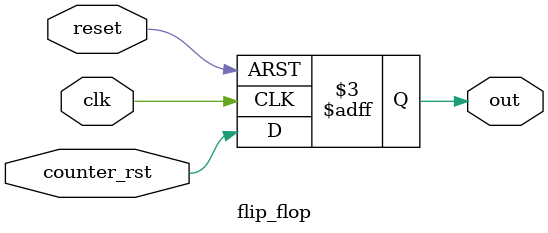
<source format=sv>
`timescale 1ns / 1ps

module flip_flop(
    input logic clk,
    input logic reset,
    input logic counter_rst,
    
    output logic out
    );
    
    always_ff @(posedge clk, posedge reset) begin
        if(reset == 1) begin
            out <= 0;
        end
        else begin
            out <= counter_rst;
        end
    end
    
endmodule

</source>
